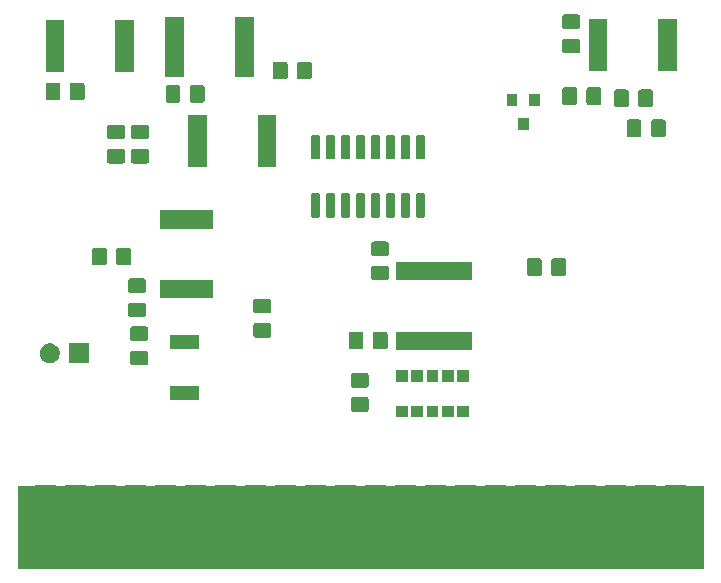
<source format=gbr>
G04 #@! TF.GenerationSoftware,KiCad,Pcbnew,(5.1.5)-3*
G04 #@! TF.CreationDate,2020-08-18T03:56:32-04:00*
G04 #@! TF.ProjectId,c64-cpm-smd,6336342d-6370-46d2-9d73-6d642e6b6963,rev?*
G04 #@! TF.SameCoordinates,Original*
G04 #@! TF.FileFunction,Soldermask,Top*
G04 #@! TF.FilePolarity,Negative*
%FSLAX46Y46*%
G04 Gerber Fmt 4.6, Leading zero omitted, Abs format (unit mm)*
G04 Created by KiCad (PCBNEW (5.1.5)-3) date 2020-08-18 03:56:32*
%MOMM*%
%LPD*%
G04 APERTURE LIST*
%ADD10C,0.100000*%
G04 APERTURE END LIST*
D10*
G36*
X125920500Y-145161000D02*
G01*
X125920500Y-152082500D01*
X183959500Y-152082500D01*
X183959500Y-145161000D01*
X125920500Y-145161000D01*
G37*
X125920500Y-145161000D02*
X125920500Y-152082500D01*
X183959500Y-152082500D01*
X183959500Y-145161000D01*
X125920500Y-145161000D01*
G36*
X131736000Y-152141000D02*
G01*
X129884000Y-152141000D01*
X129884000Y-145039000D01*
X131736000Y-145039000D01*
X131736000Y-152141000D01*
G37*
G36*
X169836000Y-152141000D02*
G01*
X167984000Y-152141000D01*
X167984000Y-145039000D01*
X169836000Y-145039000D01*
X169836000Y-152141000D01*
G37*
G36*
X146976000Y-152141000D02*
G01*
X145124000Y-152141000D01*
X145124000Y-145039000D01*
X146976000Y-145039000D01*
X146976000Y-152141000D01*
G37*
G36*
X149516000Y-152141000D02*
G01*
X147664000Y-152141000D01*
X147664000Y-145039000D01*
X149516000Y-145039000D01*
X149516000Y-152141000D01*
G37*
G36*
X152056000Y-152141000D02*
G01*
X150204000Y-152141000D01*
X150204000Y-145039000D01*
X152056000Y-145039000D01*
X152056000Y-152141000D01*
G37*
G36*
X164756000Y-152141000D02*
G01*
X162904000Y-152141000D01*
X162904000Y-145039000D01*
X164756000Y-145039000D01*
X164756000Y-152141000D01*
G37*
G36*
X162216000Y-152141000D02*
G01*
X160364000Y-152141000D01*
X160364000Y-145039000D01*
X162216000Y-145039000D01*
X162216000Y-152141000D01*
G37*
G36*
X157136000Y-152141000D02*
G01*
X155284000Y-152141000D01*
X155284000Y-145039000D01*
X157136000Y-145039000D01*
X157136000Y-152141000D01*
G37*
G36*
X159676000Y-152141000D02*
G01*
X157824000Y-152141000D01*
X157824000Y-145039000D01*
X159676000Y-145039000D01*
X159676000Y-152141000D01*
G37*
G36*
X154596000Y-152141000D02*
G01*
X152744000Y-152141000D01*
X152744000Y-145039000D01*
X154596000Y-145039000D01*
X154596000Y-152141000D01*
G37*
G36*
X167296000Y-152141000D02*
G01*
X165444000Y-152141000D01*
X165444000Y-145039000D01*
X167296000Y-145039000D01*
X167296000Y-152141000D01*
G37*
G36*
X174916000Y-152141000D02*
G01*
X173064000Y-152141000D01*
X173064000Y-145039000D01*
X174916000Y-145039000D01*
X174916000Y-152141000D01*
G37*
G36*
X177456000Y-152141000D02*
G01*
X175604000Y-152141000D01*
X175604000Y-145039000D01*
X177456000Y-145039000D01*
X177456000Y-152141000D01*
G37*
G36*
X172376000Y-152141000D02*
G01*
X170524000Y-152141000D01*
X170524000Y-145039000D01*
X172376000Y-145039000D01*
X172376000Y-152141000D01*
G37*
G36*
X179996000Y-152141000D02*
G01*
X178144000Y-152141000D01*
X178144000Y-145039000D01*
X179996000Y-145039000D01*
X179996000Y-152141000D01*
G37*
G36*
X144436000Y-152141000D02*
G01*
X142584000Y-152141000D01*
X142584000Y-145039000D01*
X144436000Y-145039000D01*
X144436000Y-152141000D01*
G37*
G36*
X141896000Y-152141000D02*
G01*
X140044000Y-152141000D01*
X140044000Y-145039000D01*
X141896000Y-145039000D01*
X141896000Y-152141000D01*
G37*
G36*
X139356000Y-152141000D02*
G01*
X137504000Y-152141000D01*
X137504000Y-145039000D01*
X139356000Y-145039000D01*
X139356000Y-152141000D01*
G37*
G36*
X136816000Y-152141000D02*
G01*
X134964000Y-152141000D01*
X134964000Y-145039000D01*
X136816000Y-145039000D01*
X136816000Y-152141000D01*
G37*
G36*
X182536000Y-152141000D02*
G01*
X180684000Y-152141000D01*
X180684000Y-145039000D01*
X182536000Y-145039000D01*
X182536000Y-152141000D01*
G37*
G36*
X134276000Y-152141000D02*
G01*
X132424000Y-152141000D01*
X132424000Y-145039000D01*
X134276000Y-145039000D01*
X134276000Y-152141000D01*
G37*
G36*
X129196000Y-152141000D02*
G01*
X127344000Y-152141000D01*
X127344000Y-145039000D01*
X129196000Y-145039000D01*
X129196000Y-152141000D01*
G37*
G36*
X158937000Y-139351500D02*
G01*
X157935000Y-139351500D01*
X157935000Y-138349500D01*
X158937000Y-138349500D01*
X158937000Y-139351500D01*
G37*
G36*
X161537000Y-139351500D02*
G01*
X160535000Y-139351500D01*
X160535000Y-138349500D01*
X161537000Y-138349500D01*
X161537000Y-139351500D01*
G37*
G36*
X160257000Y-139351500D02*
G01*
X159255000Y-139351500D01*
X159255000Y-138349500D01*
X160257000Y-138349500D01*
X160257000Y-139351500D01*
G37*
G36*
X164137000Y-139351500D02*
G01*
X163135000Y-139351500D01*
X163135000Y-138349500D01*
X164137000Y-138349500D01*
X164137000Y-139351500D01*
G37*
G36*
X162817000Y-139351500D02*
G01*
X161815000Y-139351500D01*
X161815000Y-138349500D01*
X162817000Y-138349500D01*
X162817000Y-139351500D01*
G37*
G36*
X155465174Y-137626965D02*
G01*
X155502867Y-137638399D01*
X155537603Y-137656966D01*
X155568048Y-137681952D01*
X155593034Y-137712397D01*
X155611601Y-137747133D01*
X155623035Y-137784826D01*
X155627500Y-137830161D01*
X155627500Y-138666839D01*
X155623035Y-138712174D01*
X155611601Y-138749867D01*
X155593034Y-138784603D01*
X155568048Y-138815048D01*
X155537603Y-138840034D01*
X155502867Y-138858601D01*
X155465174Y-138870035D01*
X155419839Y-138874500D01*
X154333161Y-138874500D01*
X154287826Y-138870035D01*
X154250133Y-138858601D01*
X154215397Y-138840034D01*
X154184952Y-138815048D01*
X154159966Y-138784603D01*
X154141399Y-138749867D01*
X154129965Y-138712174D01*
X154125500Y-138666839D01*
X154125500Y-137830161D01*
X154129965Y-137784826D01*
X154141399Y-137747133D01*
X154159966Y-137712397D01*
X154184952Y-137681952D01*
X154215397Y-137656966D01*
X154250133Y-137638399D01*
X154287826Y-137626965D01*
X154333161Y-137622500D01*
X155419839Y-137622500D01*
X155465174Y-137626965D01*
G37*
G36*
X141243500Y-137879000D02*
G01*
X138791500Y-137879000D01*
X138791500Y-136677000D01*
X141243500Y-136677000D01*
X141243500Y-137879000D01*
G37*
G36*
X155465174Y-135576965D02*
G01*
X155502867Y-135588399D01*
X155537603Y-135606966D01*
X155568048Y-135631952D01*
X155593034Y-135662397D01*
X155611601Y-135697133D01*
X155623035Y-135734826D01*
X155627500Y-135780161D01*
X155627500Y-136616839D01*
X155623035Y-136662174D01*
X155611601Y-136699867D01*
X155593034Y-136734603D01*
X155568048Y-136765048D01*
X155537603Y-136790034D01*
X155502867Y-136808601D01*
X155465174Y-136820035D01*
X155419839Y-136824500D01*
X154333161Y-136824500D01*
X154287826Y-136820035D01*
X154250133Y-136808601D01*
X154215397Y-136790034D01*
X154184952Y-136765048D01*
X154159966Y-136734603D01*
X154141399Y-136699867D01*
X154129965Y-136662174D01*
X154125500Y-136616839D01*
X154125500Y-135780161D01*
X154129965Y-135734826D01*
X154141399Y-135697133D01*
X154159966Y-135662397D01*
X154184952Y-135631952D01*
X154215397Y-135606966D01*
X154250133Y-135588399D01*
X154287826Y-135576965D01*
X154333161Y-135572500D01*
X155419839Y-135572500D01*
X155465174Y-135576965D01*
G37*
G36*
X161537000Y-136351500D02*
G01*
X160535000Y-136351500D01*
X160535000Y-135349500D01*
X161537000Y-135349500D01*
X161537000Y-136351500D01*
G37*
G36*
X158937000Y-136351500D02*
G01*
X157935000Y-136351500D01*
X157935000Y-135349500D01*
X158937000Y-135349500D01*
X158937000Y-136351500D01*
G37*
G36*
X160257000Y-136351500D02*
G01*
X159255000Y-136351500D01*
X159255000Y-135349500D01*
X160257000Y-135349500D01*
X160257000Y-136351500D01*
G37*
G36*
X162817000Y-136351500D02*
G01*
X161815000Y-136351500D01*
X161815000Y-135349500D01*
X162817000Y-135349500D01*
X162817000Y-136351500D01*
G37*
G36*
X164137000Y-136351500D02*
G01*
X163135000Y-136351500D01*
X163135000Y-135349500D01*
X164137000Y-135349500D01*
X164137000Y-136351500D01*
G37*
G36*
X136796174Y-133689965D02*
G01*
X136833867Y-133701399D01*
X136868603Y-133719966D01*
X136899048Y-133744952D01*
X136924034Y-133775397D01*
X136942601Y-133810133D01*
X136954035Y-133847826D01*
X136958500Y-133893161D01*
X136958500Y-134729839D01*
X136954035Y-134775174D01*
X136942601Y-134812867D01*
X136924034Y-134847603D01*
X136899048Y-134878048D01*
X136868603Y-134903034D01*
X136833867Y-134921601D01*
X136796174Y-134933035D01*
X136750839Y-134937500D01*
X135664161Y-134937500D01*
X135618826Y-134933035D01*
X135581133Y-134921601D01*
X135546397Y-134903034D01*
X135515952Y-134878048D01*
X135490966Y-134847603D01*
X135472399Y-134812867D01*
X135460965Y-134775174D01*
X135456500Y-134729839D01*
X135456500Y-133893161D01*
X135460965Y-133847826D01*
X135472399Y-133810133D01*
X135490966Y-133775397D01*
X135515952Y-133744952D01*
X135546397Y-133719966D01*
X135581133Y-133701399D01*
X135618826Y-133689965D01*
X135664161Y-133685500D01*
X136750839Y-133685500D01*
X136796174Y-133689965D01*
G37*
G36*
X131978500Y-134772500D02*
G01*
X130276500Y-134772500D01*
X130276500Y-133070500D01*
X131978500Y-133070500D01*
X131978500Y-134772500D01*
G37*
G36*
X128875728Y-133103203D02*
G01*
X129030600Y-133167353D01*
X129169981Y-133260485D01*
X129288515Y-133379019D01*
X129381647Y-133518400D01*
X129445797Y-133673272D01*
X129478500Y-133837684D01*
X129478500Y-134005316D01*
X129445797Y-134169728D01*
X129381647Y-134324600D01*
X129288515Y-134463981D01*
X129169981Y-134582515D01*
X129030600Y-134675647D01*
X128875728Y-134739797D01*
X128711316Y-134772500D01*
X128543684Y-134772500D01*
X128379272Y-134739797D01*
X128224400Y-134675647D01*
X128085019Y-134582515D01*
X127966485Y-134463981D01*
X127873353Y-134324600D01*
X127809203Y-134169728D01*
X127776500Y-134005316D01*
X127776500Y-133837684D01*
X127809203Y-133673272D01*
X127873353Y-133518400D01*
X127966485Y-133379019D01*
X128085019Y-133260485D01*
X128224400Y-133167353D01*
X128379272Y-133103203D01*
X128543684Y-133070500D01*
X128711316Y-133070500D01*
X128875728Y-133103203D01*
G37*
G36*
X164364000Y-133647000D02*
G01*
X157962000Y-133647000D01*
X157962000Y-132095000D01*
X164364000Y-132095000D01*
X164364000Y-133647000D01*
G37*
G36*
X155013674Y-132095465D02*
G01*
X155051367Y-132106899D01*
X155086103Y-132125466D01*
X155116548Y-132150452D01*
X155141534Y-132180897D01*
X155160101Y-132215633D01*
X155171535Y-132253326D01*
X155176000Y-132298661D01*
X155176000Y-133385339D01*
X155171535Y-133430674D01*
X155160101Y-133468367D01*
X155141534Y-133503103D01*
X155116548Y-133533548D01*
X155086103Y-133558534D01*
X155051367Y-133577101D01*
X155013674Y-133588535D01*
X154968339Y-133593000D01*
X154131661Y-133593000D01*
X154086326Y-133588535D01*
X154048633Y-133577101D01*
X154013897Y-133558534D01*
X153983452Y-133533548D01*
X153958466Y-133503103D01*
X153939899Y-133468367D01*
X153928465Y-133430674D01*
X153924000Y-133385339D01*
X153924000Y-132298661D01*
X153928465Y-132253326D01*
X153939899Y-132215633D01*
X153958466Y-132180897D01*
X153983452Y-132150452D01*
X154013897Y-132125466D01*
X154048633Y-132106899D01*
X154086326Y-132095465D01*
X154131661Y-132091000D01*
X154968339Y-132091000D01*
X155013674Y-132095465D01*
G37*
G36*
X157063674Y-132095465D02*
G01*
X157101367Y-132106899D01*
X157136103Y-132125466D01*
X157166548Y-132150452D01*
X157191534Y-132180897D01*
X157210101Y-132215633D01*
X157221535Y-132253326D01*
X157226000Y-132298661D01*
X157226000Y-133385339D01*
X157221535Y-133430674D01*
X157210101Y-133468367D01*
X157191534Y-133503103D01*
X157166548Y-133533548D01*
X157136103Y-133558534D01*
X157101367Y-133577101D01*
X157063674Y-133588535D01*
X157018339Y-133593000D01*
X156181661Y-133593000D01*
X156136326Y-133588535D01*
X156098633Y-133577101D01*
X156063897Y-133558534D01*
X156033452Y-133533548D01*
X156008466Y-133503103D01*
X155989899Y-133468367D01*
X155978465Y-133430674D01*
X155974000Y-133385339D01*
X155974000Y-132298661D01*
X155978465Y-132253326D01*
X155989899Y-132215633D01*
X156008466Y-132180897D01*
X156033452Y-132150452D01*
X156063897Y-132125466D01*
X156098633Y-132106899D01*
X156136326Y-132095465D01*
X156181661Y-132091000D01*
X157018339Y-132091000D01*
X157063674Y-132095465D01*
G37*
G36*
X141243500Y-133579000D02*
G01*
X138791500Y-133579000D01*
X138791500Y-132377000D01*
X141243500Y-132377000D01*
X141243500Y-133579000D01*
G37*
G36*
X136796174Y-131639965D02*
G01*
X136833867Y-131651399D01*
X136868603Y-131669966D01*
X136899048Y-131694952D01*
X136924034Y-131725397D01*
X136942601Y-131760133D01*
X136954035Y-131797826D01*
X136958500Y-131843161D01*
X136958500Y-132679839D01*
X136954035Y-132725174D01*
X136942601Y-132762867D01*
X136924034Y-132797603D01*
X136899048Y-132828048D01*
X136868603Y-132853034D01*
X136833867Y-132871601D01*
X136796174Y-132883035D01*
X136750839Y-132887500D01*
X135664161Y-132887500D01*
X135618826Y-132883035D01*
X135581133Y-132871601D01*
X135546397Y-132853034D01*
X135515952Y-132828048D01*
X135490966Y-132797603D01*
X135472399Y-132762867D01*
X135460965Y-132725174D01*
X135456500Y-132679839D01*
X135456500Y-131843161D01*
X135460965Y-131797826D01*
X135472399Y-131760133D01*
X135490966Y-131725397D01*
X135515952Y-131694952D01*
X135546397Y-131669966D01*
X135581133Y-131651399D01*
X135618826Y-131639965D01*
X135664161Y-131635500D01*
X136750839Y-131635500D01*
X136796174Y-131639965D01*
G37*
G36*
X147210174Y-131340465D02*
G01*
X147247867Y-131351899D01*
X147282603Y-131370466D01*
X147313048Y-131395452D01*
X147338034Y-131425897D01*
X147356601Y-131460633D01*
X147368035Y-131498326D01*
X147372500Y-131543661D01*
X147372500Y-132380339D01*
X147368035Y-132425674D01*
X147356601Y-132463367D01*
X147338034Y-132498103D01*
X147313048Y-132528548D01*
X147282603Y-132553534D01*
X147247867Y-132572101D01*
X147210174Y-132583535D01*
X147164839Y-132588000D01*
X146078161Y-132588000D01*
X146032826Y-132583535D01*
X145995133Y-132572101D01*
X145960397Y-132553534D01*
X145929952Y-132528548D01*
X145904966Y-132498103D01*
X145886399Y-132463367D01*
X145874965Y-132425674D01*
X145870500Y-132380339D01*
X145870500Y-131543661D01*
X145874965Y-131498326D01*
X145886399Y-131460633D01*
X145904966Y-131425897D01*
X145929952Y-131395452D01*
X145960397Y-131370466D01*
X145995133Y-131351899D01*
X146032826Y-131340465D01*
X146078161Y-131336000D01*
X147164839Y-131336000D01*
X147210174Y-131340465D01*
G37*
G36*
X136605674Y-129625965D02*
G01*
X136643367Y-129637399D01*
X136678103Y-129655966D01*
X136708548Y-129680952D01*
X136733534Y-129711397D01*
X136752101Y-129746133D01*
X136763535Y-129783826D01*
X136768000Y-129829161D01*
X136768000Y-130665839D01*
X136763535Y-130711174D01*
X136752101Y-130748867D01*
X136733534Y-130783603D01*
X136708548Y-130814048D01*
X136678103Y-130839034D01*
X136643367Y-130857601D01*
X136605674Y-130869035D01*
X136560339Y-130873500D01*
X135473661Y-130873500D01*
X135428326Y-130869035D01*
X135390633Y-130857601D01*
X135355897Y-130839034D01*
X135325452Y-130814048D01*
X135300466Y-130783603D01*
X135281899Y-130748867D01*
X135270465Y-130711174D01*
X135266000Y-130665839D01*
X135266000Y-129829161D01*
X135270465Y-129783826D01*
X135281899Y-129746133D01*
X135300466Y-129711397D01*
X135325452Y-129680952D01*
X135355897Y-129655966D01*
X135390633Y-129637399D01*
X135428326Y-129625965D01*
X135473661Y-129621500D01*
X136560339Y-129621500D01*
X136605674Y-129625965D01*
G37*
G36*
X147210174Y-129290465D02*
G01*
X147247867Y-129301899D01*
X147282603Y-129320466D01*
X147313048Y-129345452D01*
X147338034Y-129375897D01*
X147356601Y-129410633D01*
X147368035Y-129448326D01*
X147372500Y-129493661D01*
X147372500Y-130330339D01*
X147368035Y-130375674D01*
X147356601Y-130413367D01*
X147338034Y-130448103D01*
X147313048Y-130478548D01*
X147282603Y-130503534D01*
X147247867Y-130522101D01*
X147210174Y-130533535D01*
X147164839Y-130538000D01*
X146078161Y-130538000D01*
X146032826Y-130533535D01*
X145995133Y-130522101D01*
X145960397Y-130503534D01*
X145929952Y-130478548D01*
X145904966Y-130448103D01*
X145886399Y-130413367D01*
X145874965Y-130375674D01*
X145870500Y-130330339D01*
X145870500Y-129493661D01*
X145874965Y-129448326D01*
X145886399Y-129410633D01*
X145904966Y-129375897D01*
X145929952Y-129345452D01*
X145960397Y-129320466D01*
X145995133Y-129301899D01*
X146032826Y-129290465D01*
X146078161Y-129286000D01*
X147164839Y-129286000D01*
X147210174Y-129290465D01*
G37*
G36*
X142434000Y-129265500D02*
G01*
X137982000Y-129265500D01*
X137982000Y-127713500D01*
X142434000Y-127713500D01*
X142434000Y-129265500D01*
G37*
G36*
X136605674Y-127575965D02*
G01*
X136643367Y-127587399D01*
X136678103Y-127605966D01*
X136708548Y-127630952D01*
X136733534Y-127661397D01*
X136752101Y-127696133D01*
X136763535Y-127733826D01*
X136768000Y-127779161D01*
X136768000Y-128615839D01*
X136763535Y-128661174D01*
X136752101Y-128698867D01*
X136733534Y-128733603D01*
X136708548Y-128764048D01*
X136678103Y-128789034D01*
X136643367Y-128807601D01*
X136605674Y-128819035D01*
X136560339Y-128823500D01*
X135473661Y-128823500D01*
X135428326Y-128819035D01*
X135390633Y-128807601D01*
X135355897Y-128789034D01*
X135325452Y-128764048D01*
X135300466Y-128733603D01*
X135281899Y-128698867D01*
X135270465Y-128661174D01*
X135266000Y-128615839D01*
X135266000Y-127779161D01*
X135270465Y-127733826D01*
X135281899Y-127696133D01*
X135300466Y-127661397D01*
X135325452Y-127630952D01*
X135355897Y-127605966D01*
X135390633Y-127587399D01*
X135428326Y-127575965D01*
X135473661Y-127571500D01*
X136560339Y-127571500D01*
X136605674Y-127575965D01*
G37*
G36*
X157179674Y-126505465D02*
G01*
X157217367Y-126516899D01*
X157252103Y-126535466D01*
X157282548Y-126560452D01*
X157307534Y-126590897D01*
X157326101Y-126625633D01*
X157337535Y-126663326D01*
X157342000Y-126708661D01*
X157342000Y-127545339D01*
X157337535Y-127590674D01*
X157326101Y-127628367D01*
X157307534Y-127663103D01*
X157282548Y-127693548D01*
X157252103Y-127718534D01*
X157217367Y-127737101D01*
X157179674Y-127748535D01*
X157134339Y-127753000D01*
X156047661Y-127753000D01*
X156002326Y-127748535D01*
X155964633Y-127737101D01*
X155929897Y-127718534D01*
X155899452Y-127693548D01*
X155874466Y-127663103D01*
X155855899Y-127628367D01*
X155844465Y-127590674D01*
X155840000Y-127545339D01*
X155840000Y-126708661D01*
X155844465Y-126663326D01*
X155855899Y-126625633D01*
X155874466Y-126590897D01*
X155899452Y-126560452D01*
X155929897Y-126535466D01*
X155964633Y-126516899D01*
X156002326Y-126505465D01*
X156047661Y-126501000D01*
X157134339Y-126501000D01*
X157179674Y-126505465D01*
G37*
G36*
X164364000Y-127747000D02*
G01*
X157962000Y-127747000D01*
X157962000Y-126195000D01*
X164364000Y-126195000D01*
X164364000Y-127747000D01*
G37*
G36*
X172176674Y-125872465D02*
G01*
X172214367Y-125883899D01*
X172249103Y-125902466D01*
X172279548Y-125927452D01*
X172304534Y-125957897D01*
X172323101Y-125992633D01*
X172334535Y-126030326D01*
X172339000Y-126075661D01*
X172339000Y-127162339D01*
X172334535Y-127207674D01*
X172323101Y-127245367D01*
X172304534Y-127280103D01*
X172279548Y-127310548D01*
X172249103Y-127335534D01*
X172214367Y-127354101D01*
X172176674Y-127365535D01*
X172131339Y-127370000D01*
X171294661Y-127370000D01*
X171249326Y-127365535D01*
X171211633Y-127354101D01*
X171176897Y-127335534D01*
X171146452Y-127310548D01*
X171121466Y-127280103D01*
X171102899Y-127245367D01*
X171091465Y-127207674D01*
X171087000Y-127162339D01*
X171087000Y-126075661D01*
X171091465Y-126030326D01*
X171102899Y-125992633D01*
X171121466Y-125957897D01*
X171146452Y-125927452D01*
X171176897Y-125902466D01*
X171211633Y-125883899D01*
X171249326Y-125872465D01*
X171294661Y-125868000D01*
X172131339Y-125868000D01*
X172176674Y-125872465D01*
G37*
G36*
X170126674Y-125872465D02*
G01*
X170164367Y-125883899D01*
X170199103Y-125902466D01*
X170229548Y-125927452D01*
X170254534Y-125957897D01*
X170273101Y-125992633D01*
X170284535Y-126030326D01*
X170289000Y-126075661D01*
X170289000Y-127162339D01*
X170284535Y-127207674D01*
X170273101Y-127245367D01*
X170254534Y-127280103D01*
X170229548Y-127310548D01*
X170199103Y-127335534D01*
X170164367Y-127354101D01*
X170126674Y-127365535D01*
X170081339Y-127370000D01*
X169244661Y-127370000D01*
X169199326Y-127365535D01*
X169161633Y-127354101D01*
X169126897Y-127335534D01*
X169096452Y-127310548D01*
X169071466Y-127280103D01*
X169052899Y-127245367D01*
X169041465Y-127207674D01*
X169037000Y-127162339D01*
X169037000Y-126075661D01*
X169041465Y-126030326D01*
X169052899Y-125992633D01*
X169071466Y-125957897D01*
X169096452Y-125927452D01*
X169126897Y-125902466D01*
X169161633Y-125883899D01*
X169199326Y-125872465D01*
X169244661Y-125868000D01*
X170081339Y-125868000D01*
X170126674Y-125872465D01*
G37*
G36*
X135346674Y-124983465D02*
G01*
X135384367Y-124994899D01*
X135419103Y-125013466D01*
X135449548Y-125038452D01*
X135474534Y-125068897D01*
X135493101Y-125103633D01*
X135504535Y-125141326D01*
X135509000Y-125186661D01*
X135509000Y-126273339D01*
X135504535Y-126318674D01*
X135493101Y-126356367D01*
X135474534Y-126391103D01*
X135449548Y-126421548D01*
X135419103Y-126446534D01*
X135384367Y-126465101D01*
X135346674Y-126476535D01*
X135301339Y-126481000D01*
X134464661Y-126481000D01*
X134419326Y-126476535D01*
X134381633Y-126465101D01*
X134346897Y-126446534D01*
X134316452Y-126421548D01*
X134291466Y-126391103D01*
X134272899Y-126356367D01*
X134261465Y-126318674D01*
X134257000Y-126273339D01*
X134257000Y-125186661D01*
X134261465Y-125141326D01*
X134272899Y-125103633D01*
X134291466Y-125068897D01*
X134316452Y-125038452D01*
X134346897Y-125013466D01*
X134381633Y-124994899D01*
X134419326Y-124983465D01*
X134464661Y-124979000D01*
X135301339Y-124979000D01*
X135346674Y-124983465D01*
G37*
G36*
X133296674Y-124983465D02*
G01*
X133334367Y-124994899D01*
X133369103Y-125013466D01*
X133399548Y-125038452D01*
X133424534Y-125068897D01*
X133443101Y-125103633D01*
X133454535Y-125141326D01*
X133459000Y-125186661D01*
X133459000Y-126273339D01*
X133454535Y-126318674D01*
X133443101Y-126356367D01*
X133424534Y-126391103D01*
X133399548Y-126421548D01*
X133369103Y-126446534D01*
X133334367Y-126465101D01*
X133296674Y-126476535D01*
X133251339Y-126481000D01*
X132414661Y-126481000D01*
X132369326Y-126476535D01*
X132331633Y-126465101D01*
X132296897Y-126446534D01*
X132266452Y-126421548D01*
X132241466Y-126391103D01*
X132222899Y-126356367D01*
X132211465Y-126318674D01*
X132207000Y-126273339D01*
X132207000Y-125186661D01*
X132211465Y-125141326D01*
X132222899Y-125103633D01*
X132241466Y-125068897D01*
X132266452Y-125038452D01*
X132296897Y-125013466D01*
X132331633Y-124994899D01*
X132369326Y-124983465D01*
X132414661Y-124979000D01*
X133251339Y-124979000D01*
X133296674Y-124983465D01*
G37*
G36*
X157179674Y-124455465D02*
G01*
X157217367Y-124466899D01*
X157252103Y-124485466D01*
X157282548Y-124510452D01*
X157307534Y-124540897D01*
X157326101Y-124575633D01*
X157337535Y-124613326D01*
X157342000Y-124658661D01*
X157342000Y-125495339D01*
X157337535Y-125540674D01*
X157326101Y-125578367D01*
X157307534Y-125613103D01*
X157282548Y-125643548D01*
X157252103Y-125668534D01*
X157217367Y-125687101D01*
X157179674Y-125698535D01*
X157134339Y-125703000D01*
X156047661Y-125703000D01*
X156002326Y-125698535D01*
X155964633Y-125687101D01*
X155929897Y-125668534D01*
X155899452Y-125643548D01*
X155874466Y-125613103D01*
X155855899Y-125578367D01*
X155844465Y-125540674D01*
X155840000Y-125495339D01*
X155840000Y-124658661D01*
X155844465Y-124613326D01*
X155855899Y-124575633D01*
X155874466Y-124540897D01*
X155899452Y-124510452D01*
X155929897Y-124485466D01*
X155964633Y-124466899D01*
X156002326Y-124455465D01*
X156047661Y-124451000D01*
X157134339Y-124451000D01*
X157179674Y-124455465D01*
G37*
G36*
X142434000Y-123365500D02*
G01*
X137982000Y-123365500D01*
X137982000Y-121813500D01*
X142434000Y-121813500D01*
X142434000Y-123365500D01*
G37*
G36*
X155199928Y-120387264D02*
G01*
X155221009Y-120393660D01*
X155240445Y-120404048D01*
X155257476Y-120418024D01*
X155271452Y-120435055D01*
X155281840Y-120454491D01*
X155288236Y-120475572D01*
X155291000Y-120503640D01*
X155291000Y-122317360D01*
X155288236Y-122345428D01*
X155281840Y-122366509D01*
X155271452Y-122385945D01*
X155257476Y-122402976D01*
X155240445Y-122416952D01*
X155221009Y-122427340D01*
X155199928Y-122433736D01*
X155171860Y-122436500D01*
X154708140Y-122436500D01*
X154680072Y-122433736D01*
X154658991Y-122427340D01*
X154639555Y-122416952D01*
X154622524Y-122402976D01*
X154608548Y-122385945D01*
X154598160Y-122366509D01*
X154591764Y-122345428D01*
X154589000Y-122317360D01*
X154589000Y-120503640D01*
X154591764Y-120475572D01*
X154598160Y-120454491D01*
X154608548Y-120435055D01*
X154622524Y-120418024D01*
X154639555Y-120404048D01*
X154658991Y-120393660D01*
X154680072Y-120387264D01*
X154708140Y-120384500D01*
X155171860Y-120384500D01*
X155199928Y-120387264D01*
G37*
G36*
X160279928Y-120387264D02*
G01*
X160301009Y-120393660D01*
X160320445Y-120404048D01*
X160337476Y-120418024D01*
X160351452Y-120435055D01*
X160361840Y-120454491D01*
X160368236Y-120475572D01*
X160371000Y-120503640D01*
X160371000Y-122317360D01*
X160368236Y-122345428D01*
X160361840Y-122366509D01*
X160351452Y-122385945D01*
X160337476Y-122402976D01*
X160320445Y-122416952D01*
X160301009Y-122427340D01*
X160279928Y-122433736D01*
X160251860Y-122436500D01*
X159788140Y-122436500D01*
X159760072Y-122433736D01*
X159738991Y-122427340D01*
X159719555Y-122416952D01*
X159702524Y-122402976D01*
X159688548Y-122385945D01*
X159678160Y-122366509D01*
X159671764Y-122345428D01*
X159669000Y-122317360D01*
X159669000Y-120503640D01*
X159671764Y-120475572D01*
X159678160Y-120454491D01*
X159688548Y-120435055D01*
X159702524Y-120418024D01*
X159719555Y-120404048D01*
X159738991Y-120393660D01*
X159760072Y-120387264D01*
X159788140Y-120384500D01*
X160251860Y-120384500D01*
X160279928Y-120387264D01*
G37*
G36*
X159009928Y-120387264D02*
G01*
X159031009Y-120393660D01*
X159050445Y-120404048D01*
X159067476Y-120418024D01*
X159081452Y-120435055D01*
X159091840Y-120454491D01*
X159098236Y-120475572D01*
X159101000Y-120503640D01*
X159101000Y-122317360D01*
X159098236Y-122345428D01*
X159091840Y-122366509D01*
X159081452Y-122385945D01*
X159067476Y-122402976D01*
X159050445Y-122416952D01*
X159031009Y-122427340D01*
X159009928Y-122433736D01*
X158981860Y-122436500D01*
X158518140Y-122436500D01*
X158490072Y-122433736D01*
X158468991Y-122427340D01*
X158449555Y-122416952D01*
X158432524Y-122402976D01*
X158418548Y-122385945D01*
X158408160Y-122366509D01*
X158401764Y-122345428D01*
X158399000Y-122317360D01*
X158399000Y-120503640D01*
X158401764Y-120475572D01*
X158408160Y-120454491D01*
X158418548Y-120435055D01*
X158432524Y-120418024D01*
X158449555Y-120404048D01*
X158468991Y-120393660D01*
X158490072Y-120387264D01*
X158518140Y-120384500D01*
X158981860Y-120384500D01*
X159009928Y-120387264D01*
G37*
G36*
X157739928Y-120387264D02*
G01*
X157761009Y-120393660D01*
X157780445Y-120404048D01*
X157797476Y-120418024D01*
X157811452Y-120435055D01*
X157821840Y-120454491D01*
X157828236Y-120475572D01*
X157831000Y-120503640D01*
X157831000Y-122317360D01*
X157828236Y-122345428D01*
X157821840Y-122366509D01*
X157811452Y-122385945D01*
X157797476Y-122402976D01*
X157780445Y-122416952D01*
X157761009Y-122427340D01*
X157739928Y-122433736D01*
X157711860Y-122436500D01*
X157248140Y-122436500D01*
X157220072Y-122433736D01*
X157198991Y-122427340D01*
X157179555Y-122416952D01*
X157162524Y-122402976D01*
X157148548Y-122385945D01*
X157138160Y-122366509D01*
X157131764Y-122345428D01*
X157129000Y-122317360D01*
X157129000Y-120503640D01*
X157131764Y-120475572D01*
X157138160Y-120454491D01*
X157148548Y-120435055D01*
X157162524Y-120418024D01*
X157179555Y-120404048D01*
X157198991Y-120393660D01*
X157220072Y-120387264D01*
X157248140Y-120384500D01*
X157711860Y-120384500D01*
X157739928Y-120387264D01*
G37*
G36*
X151389928Y-120387264D02*
G01*
X151411009Y-120393660D01*
X151430445Y-120404048D01*
X151447476Y-120418024D01*
X151461452Y-120435055D01*
X151471840Y-120454491D01*
X151478236Y-120475572D01*
X151481000Y-120503640D01*
X151481000Y-122317360D01*
X151478236Y-122345428D01*
X151471840Y-122366509D01*
X151461452Y-122385945D01*
X151447476Y-122402976D01*
X151430445Y-122416952D01*
X151411009Y-122427340D01*
X151389928Y-122433736D01*
X151361860Y-122436500D01*
X150898140Y-122436500D01*
X150870072Y-122433736D01*
X150848991Y-122427340D01*
X150829555Y-122416952D01*
X150812524Y-122402976D01*
X150798548Y-122385945D01*
X150788160Y-122366509D01*
X150781764Y-122345428D01*
X150779000Y-122317360D01*
X150779000Y-120503640D01*
X150781764Y-120475572D01*
X150788160Y-120454491D01*
X150798548Y-120435055D01*
X150812524Y-120418024D01*
X150829555Y-120404048D01*
X150848991Y-120393660D01*
X150870072Y-120387264D01*
X150898140Y-120384500D01*
X151361860Y-120384500D01*
X151389928Y-120387264D01*
G37*
G36*
X152659928Y-120387264D02*
G01*
X152681009Y-120393660D01*
X152700445Y-120404048D01*
X152717476Y-120418024D01*
X152731452Y-120435055D01*
X152741840Y-120454491D01*
X152748236Y-120475572D01*
X152751000Y-120503640D01*
X152751000Y-122317360D01*
X152748236Y-122345428D01*
X152741840Y-122366509D01*
X152731452Y-122385945D01*
X152717476Y-122402976D01*
X152700445Y-122416952D01*
X152681009Y-122427340D01*
X152659928Y-122433736D01*
X152631860Y-122436500D01*
X152168140Y-122436500D01*
X152140072Y-122433736D01*
X152118991Y-122427340D01*
X152099555Y-122416952D01*
X152082524Y-122402976D01*
X152068548Y-122385945D01*
X152058160Y-122366509D01*
X152051764Y-122345428D01*
X152049000Y-122317360D01*
X152049000Y-120503640D01*
X152051764Y-120475572D01*
X152058160Y-120454491D01*
X152068548Y-120435055D01*
X152082524Y-120418024D01*
X152099555Y-120404048D01*
X152118991Y-120393660D01*
X152140072Y-120387264D01*
X152168140Y-120384500D01*
X152631860Y-120384500D01*
X152659928Y-120387264D01*
G37*
G36*
X156469928Y-120387264D02*
G01*
X156491009Y-120393660D01*
X156510445Y-120404048D01*
X156527476Y-120418024D01*
X156541452Y-120435055D01*
X156551840Y-120454491D01*
X156558236Y-120475572D01*
X156561000Y-120503640D01*
X156561000Y-122317360D01*
X156558236Y-122345428D01*
X156551840Y-122366509D01*
X156541452Y-122385945D01*
X156527476Y-122402976D01*
X156510445Y-122416952D01*
X156491009Y-122427340D01*
X156469928Y-122433736D01*
X156441860Y-122436500D01*
X155978140Y-122436500D01*
X155950072Y-122433736D01*
X155928991Y-122427340D01*
X155909555Y-122416952D01*
X155892524Y-122402976D01*
X155878548Y-122385945D01*
X155868160Y-122366509D01*
X155861764Y-122345428D01*
X155859000Y-122317360D01*
X155859000Y-120503640D01*
X155861764Y-120475572D01*
X155868160Y-120454491D01*
X155878548Y-120435055D01*
X155892524Y-120418024D01*
X155909555Y-120404048D01*
X155928991Y-120393660D01*
X155950072Y-120387264D01*
X155978140Y-120384500D01*
X156441860Y-120384500D01*
X156469928Y-120387264D01*
G37*
G36*
X153929928Y-120387264D02*
G01*
X153951009Y-120393660D01*
X153970445Y-120404048D01*
X153987476Y-120418024D01*
X154001452Y-120435055D01*
X154011840Y-120454491D01*
X154018236Y-120475572D01*
X154021000Y-120503640D01*
X154021000Y-122317360D01*
X154018236Y-122345428D01*
X154011840Y-122366509D01*
X154001452Y-122385945D01*
X153987476Y-122402976D01*
X153970445Y-122416952D01*
X153951009Y-122427340D01*
X153929928Y-122433736D01*
X153901860Y-122436500D01*
X153438140Y-122436500D01*
X153410072Y-122433736D01*
X153388991Y-122427340D01*
X153369555Y-122416952D01*
X153352524Y-122402976D01*
X153338548Y-122385945D01*
X153328160Y-122366509D01*
X153321764Y-122345428D01*
X153319000Y-122317360D01*
X153319000Y-120503640D01*
X153321764Y-120475572D01*
X153328160Y-120454491D01*
X153338548Y-120435055D01*
X153352524Y-120418024D01*
X153369555Y-120404048D01*
X153388991Y-120393660D01*
X153410072Y-120387264D01*
X153438140Y-120384500D01*
X153901860Y-120384500D01*
X153929928Y-120387264D01*
G37*
G36*
X147807500Y-118177000D02*
G01*
X146255500Y-118177000D01*
X146255500Y-113725000D01*
X147807500Y-113725000D01*
X147807500Y-118177000D01*
G37*
G36*
X141907500Y-118177000D02*
G01*
X140355500Y-118177000D01*
X140355500Y-113725000D01*
X141907500Y-113725000D01*
X141907500Y-118177000D01*
G37*
G36*
X136859674Y-116608465D02*
G01*
X136897367Y-116619899D01*
X136932103Y-116638466D01*
X136962548Y-116663452D01*
X136987534Y-116693897D01*
X137006101Y-116728633D01*
X137017535Y-116766326D01*
X137022000Y-116811661D01*
X137022000Y-117648339D01*
X137017535Y-117693674D01*
X137006101Y-117731367D01*
X136987534Y-117766103D01*
X136962548Y-117796548D01*
X136932103Y-117821534D01*
X136897367Y-117840101D01*
X136859674Y-117851535D01*
X136814339Y-117856000D01*
X135727661Y-117856000D01*
X135682326Y-117851535D01*
X135644633Y-117840101D01*
X135609897Y-117821534D01*
X135579452Y-117796548D01*
X135554466Y-117766103D01*
X135535899Y-117731367D01*
X135524465Y-117693674D01*
X135520000Y-117648339D01*
X135520000Y-116811661D01*
X135524465Y-116766326D01*
X135535899Y-116728633D01*
X135554466Y-116693897D01*
X135579452Y-116663452D01*
X135609897Y-116638466D01*
X135644633Y-116619899D01*
X135682326Y-116608465D01*
X135727661Y-116604000D01*
X136814339Y-116604000D01*
X136859674Y-116608465D01*
G37*
G36*
X134827674Y-116608465D02*
G01*
X134865367Y-116619899D01*
X134900103Y-116638466D01*
X134930548Y-116663452D01*
X134955534Y-116693897D01*
X134974101Y-116728633D01*
X134985535Y-116766326D01*
X134990000Y-116811661D01*
X134990000Y-117648339D01*
X134985535Y-117693674D01*
X134974101Y-117731367D01*
X134955534Y-117766103D01*
X134930548Y-117796548D01*
X134900103Y-117821534D01*
X134865367Y-117840101D01*
X134827674Y-117851535D01*
X134782339Y-117856000D01*
X133695661Y-117856000D01*
X133650326Y-117851535D01*
X133612633Y-117840101D01*
X133577897Y-117821534D01*
X133547452Y-117796548D01*
X133522466Y-117766103D01*
X133503899Y-117731367D01*
X133492465Y-117693674D01*
X133488000Y-117648339D01*
X133488000Y-116811661D01*
X133492465Y-116766326D01*
X133503899Y-116728633D01*
X133522466Y-116693897D01*
X133547452Y-116663452D01*
X133577897Y-116638466D01*
X133612633Y-116619899D01*
X133650326Y-116608465D01*
X133695661Y-116604000D01*
X134782339Y-116604000D01*
X134827674Y-116608465D01*
G37*
G36*
X159009928Y-115437264D02*
G01*
X159031009Y-115443660D01*
X159050445Y-115454048D01*
X159067476Y-115468024D01*
X159081452Y-115485055D01*
X159091840Y-115504491D01*
X159098236Y-115525572D01*
X159101000Y-115553640D01*
X159101000Y-117367360D01*
X159098236Y-117395428D01*
X159091840Y-117416509D01*
X159081452Y-117435945D01*
X159067476Y-117452976D01*
X159050445Y-117466952D01*
X159031009Y-117477340D01*
X159009928Y-117483736D01*
X158981860Y-117486500D01*
X158518140Y-117486500D01*
X158490072Y-117483736D01*
X158468991Y-117477340D01*
X158449555Y-117466952D01*
X158432524Y-117452976D01*
X158418548Y-117435945D01*
X158408160Y-117416509D01*
X158401764Y-117395428D01*
X158399000Y-117367360D01*
X158399000Y-115553640D01*
X158401764Y-115525572D01*
X158408160Y-115504491D01*
X158418548Y-115485055D01*
X158432524Y-115468024D01*
X158449555Y-115454048D01*
X158468991Y-115443660D01*
X158490072Y-115437264D01*
X158518140Y-115434500D01*
X158981860Y-115434500D01*
X159009928Y-115437264D01*
G37*
G36*
X151389928Y-115437264D02*
G01*
X151411009Y-115443660D01*
X151430445Y-115454048D01*
X151447476Y-115468024D01*
X151461452Y-115485055D01*
X151471840Y-115504491D01*
X151478236Y-115525572D01*
X151481000Y-115553640D01*
X151481000Y-117367360D01*
X151478236Y-117395428D01*
X151471840Y-117416509D01*
X151461452Y-117435945D01*
X151447476Y-117452976D01*
X151430445Y-117466952D01*
X151411009Y-117477340D01*
X151389928Y-117483736D01*
X151361860Y-117486500D01*
X150898140Y-117486500D01*
X150870072Y-117483736D01*
X150848991Y-117477340D01*
X150829555Y-117466952D01*
X150812524Y-117452976D01*
X150798548Y-117435945D01*
X150788160Y-117416509D01*
X150781764Y-117395428D01*
X150779000Y-117367360D01*
X150779000Y-115553640D01*
X150781764Y-115525572D01*
X150788160Y-115504491D01*
X150798548Y-115485055D01*
X150812524Y-115468024D01*
X150829555Y-115454048D01*
X150848991Y-115443660D01*
X150870072Y-115437264D01*
X150898140Y-115434500D01*
X151361860Y-115434500D01*
X151389928Y-115437264D01*
G37*
G36*
X152659928Y-115437264D02*
G01*
X152681009Y-115443660D01*
X152700445Y-115454048D01*
X152717476Y-115468024D01*
X152731452Y-115485055D01*
X152741840Y-115504491D01*
X152748236Y-115525572D01*
X152751000Y-115553640D01*
X152751000Y-117367360D01*
X152748236Y-117395428D01*
X152741840Y-117416509D01*
X152731452Y-117435945D01*
X152717476Y-117452976D01*
X152700445Y-117466952D01*
X152681009Y-117477340D01*
X152659928Y-117483736D01*
X152631860Y-117486500D01*
X152168140Y-117486500D01*
X152140072Y-117483736D01*
X152118991Y-117477340D01*
X152099555Y-117466952D01*
X152082524Y-117452976D01*
X152068548Y-117435945D01*
X152058160Y-117416509D01*
X152051764Y-117395428D01*
X152049000Y-117367360D01*
X152049000Y-115553640D01*
X152051764Y-115525572D01*
X152058160Y-115504491D01*
X152068548Y-115485055D01*
X152082524Y-115468024D01*
X152099555Y-115454048D01*
X152118991Y-115443660D01*
X152140072Y-115437264D01*
X152168140Y-115434500D01*
X152631860Y-115434500D01*
X152659928Y-115437264D01*
G37*
G36*
X153929928Y-115437264D02*
G01*
X153951009Y-115443660D01*
X153970445Y-115454048D01*
X153987476Y-115468024D01*
X154001452Y-115485055D01*
X154011840Y-115504491D01*
X154018236Y-115525572D01*
X154021000Y-115553640D01*
X154021000Y-117367360D01*
X154018236Y-117395428D01*
X154011840Y-117416509D01*
X154001452Y-117435945D01*
X153987476Y-117452976D01*
X153970445Y-117466952D01*
X153951009Y-117477340D01*
X153929928Y-117483736D01*
X153901860Y-117486500D01*
X153438140Y-117486500D01*
X153410072Y-117483736D01*
X153388991Y-117477340D01*
X153369555Y-117466952D01*
X153352524Y-117452976D01*
X153338548Y-117435945D01*
X153328160Y-117416509D01*
X153321764Y-117395428D01*
X153319000Y-117367360D01*
X153319000Y-115553640D01*
X153321764Y-115525572D01*
X153328160Y-115504491D01*
X153338548Y-115485055D01*
X153352524Y-115468024D01*
X153369555Y-115454048D01*
X153388991Y-115443660D01*
X153410072Y-115437264D01*
X153438140Y-115434500D01*
X153901860Y-115434500D01*
X153929928Y-115437264D01*
G37*
G36*
X160279928Y-115437264D02*
G01*
X160301009Y-115443660D01*
X160320445Y-115454048D01*
X160337476Y-115468024D01*
X160351452Y-115485055D01*
X160361840Y-115504491D01*
X160368236Y-115525572D01*
X160371000Y-115553640D01*
X160371000Y-117367360D01*
X160368236Y-117395428D01*
X160361840Y-117416509D01*
X160351452Y-117435945D01*
X160337476Y-117452976D01*
X160320445Y-117466952D01*
X160301009Y-117477340D01*
X160279928Y-117483736D01*
X160251860Y-117486500D01*
X159788140Y-117486500D01*
X159760072Y-117483736D01*
X159738991Y-117477340D01*
X159719555Y-117466952D01*
X159702524Y-117452976D01*
X159688548Y-117435945D01*
X159678160Y-117416509D01*
X159671764Y-117395428D01*
X159669000Y-117367360D01*
X159669000Y-115553640D01*
X159671764Y-115525572D01*
X159678160Y-115504491D01*
X159688548Y-115485055D01*
X159702524Y-115468024D01*
X159719555Y-115454048D01*
X159738991Y-115443660D01*
X159760072Y-115437264D01*
X159788140Y-115434500D01*
X160251860Y-115434500D01*
X160279928Y-115437264D01*
G37*
G36*
X157739928Y-115437264D02*
G01*
X157761009Y-115443660D01*
X157780445Y-115454048D01*
X157797476Y-115468024D01*
X157811452Y-115485055D01*
X157821840Y-115504491D01*
X157828236Y-115525572D01*
X157831000Y-115553640D01*
X157831000Y-117367360D01*
X157828236Y-117395428D01*
X157821840Y-117416509D01*
X157811452Y-117435945D01*
X157797476Y-117452976D01*
X157780445Y-117466952D01*
X157761009Y-117477340D01*
X157739928Y-117483736D01*
X157711860Y-117486500D01*
X157248140Y-117486500D01*
X157220072Y-117483736D01*
X157198991Y-117477340D01*
X157179555Y-117466952D01*
X157162524Y-117452976D01*
X157148548Y-117435945D01*
X157138160Y-117416509D01*
X157131764Y-117395428D01*
X157129000Y-117367360D01*
X157129000Y-115553640D01*
X157131764Y-115525572D01*
X157138160Y-115504491D01*
X157148548Y-115485055D01*
X157162524Y-115468024D01*
X157179555Y-115454048D01*
X157198991Y-115443660D01*
X157220072Y-115437264D01*
X157248140Y-115434500D01*
X157711860Y-115434500D01*
X157739928Y-115437264D01*
G37*
G36*
X156469928Y-115437264D02*
G01*
X156491009Y-115443660D01*
X156510445Y-115454048D01*
X156527476Y-115468024D01*
X156541452Y-115485055D01*
X156551840Y-115504491D01*
X156558236Y-115525572D01*
X156561000Y-115553640D01*
X156561000Y-117367360D01*
X156558236Y-117395428D01*
X156551840Y-117416509D01*
X156541452Y-117435945D01*
X156527476Y-117452976D01*
X156510445Y-117466952D01*
X156491009Y-117477340D01*
X156469928Y-117483736D01*
X156441860Y-117486500D01*
X155978140Y-117486500D01*
X155950072Y-117483736D01*
X155928991Y-117477340D01*
X155909555Y-117466952D01*
X155892524Y-117452976D01*
X155878548Y-117435945D01*
X155868160Y-117416509D01*
X155861764Y-117395428D01*
X155859000Y-117367360D01*
X155859000Y-115553640D01*
X155861764Y-115525572D01*
X155868160Y-115504491D01*
X155878548Y-115485055D01*
X155892524Y-115468024D01*
X155909555Y-115454048D01*
X155928991Y-115443660D01*
X155950072Y-115437264D01*
X155978140Y-115434500D01*
X156441860Y-115434500D01*
X156469928Y-115437264D01*
G37*
G36*
X155199928Y-115437264D02*
G01*
X155221009Y-115443660D01*
X155240445Y-115454048D01*
X155257476Y-115468024D01*
X155271452Y-115485055D01*
X155281840Y-115504491D01*
X155288236Y-115525572D01*
X155291000Y-115553640D01*
X155291000Y-117367360D01*
X155288236Y-117395428D01*
X155281840Y-117416509D01*
X155271452Y-117435945D01*
X155257476Y-117452976D01*
X155240445Y-117466952D01*
X155221009Y-117477340D01*
X155199928Y-117483736D01*
X155171860Y-117486500D01*
X154708140Y-117486500D01*
X154680072Y-117483736D01*
X154658991Y-117477340D01*
X154639555Y-117466952D01*
X154622524Y-117452976D01*
X154608548Y-117435945D01*
X154598160Y-117416509D01*
X154591764Y-117395428D01*
X154589000Y-117367360D01*
X154589000Y-115553640D01*
X154591764Y-115525572D01*
X154598160Y-115504491D01*
X154608548Y-115485055D01*
X154622524Y-115468024D01*
X154639555Y-115454048D01*
X154658991Y-115443660D01*
X154680072Y-115437264D01*
X154708140Y-115434500D01*
X155171860Y-115434500D01*
X155199928Y-115437264D01*
G37*
G36*
X136859674Y-114558465D02*
G01*
X136897367Y-114569899D01*
X136932103Y-114588466D01*
X136962548Y-114613452D01*
X136987534Y-114643897D01*
X137006101Y-114678633D01*
X137017535Y-114716326D01*
X137022000Y-114761661D01*
X137022000Y-115598339D01*
X137017535Y-115643674D01*
X137006101Y-115681367D01*
X136987534Y-115716103D01*
X136962548Y-115746548D01*
X136932103Y-115771534D01*
X136897367Y-115790101D01*
X136859674Y-115801535D01*
X136814339Y-115806000D01*
X135727661Y-115806000D01*
X135682326Y-115801535D01*
X135644633Y-115790101D01*
X135609897Y-115771534D01*
X135579452Y-115746548D01*
X135554466Y-115716103D01*
X135535899Y-115681367D01*
X135524465Y-115643674D01*
X135520000Y-115598339D01*
X135520000Y-114761661D01*
X135524465Y-114716326D01*
X135535899Y-114678633D01*
X135554466Y-114643897D01*
X135579452Y-114613452D01*
X135609897Y-114588466D01*
X135644633Y-114569899D01*
X135682326Y-114558465D01*
X135727661Y-114554000D01*
X136814339Y-114554000D01*
X136859674Y-114558465D01*
G37*
G36*
X134827674Y-114558465D02*
G01*
X134865367Y-114569899D01*
X134900103Y-114588466D01*
X134930548Y-114613452D01*
X134955534Y-114643897D01*
X134974101Y-114678633D01*
X134985535Y-114716326D01*
X134990000Y-114761661D01*
X134990000Y-115598339D01*
X134985535Y-115643674D01*
X134974101Y-115681367D01*
X134955534Y-115716103D01*
X134930548Y-115746548D01*
X134900103Y-115771534D01*
X134865367Y-115790101D01*
X134827674Y-115801535D01*
X134782339Y-115806000D01*
X133695661Y-115806000D01*
X133650326Y-115801535D01*
X133612633Y-115790101D01*
X133577897Y-115771534D01*
X133547452Y-115746548D01*
X133522466Y-115716103D01*
X133503899Y-115681367D01*
X133492465Y-115643674D01*
X133488000Y-115598339D01*
X133488000Y-114761661D01*
X133492465Y-114716326D01*
X133503899Y-114678633D01*
X133522466Y-114643897D01*
X133547452Y-114613452D01*
X133577897Y-114588466D01*
X133612633Y-114569899D01*
X133650326Y-114558465D01*
X133695661Y-114554000D01*
X134782339Y-114554000D01*
X134827674Y-114558465D01*
G37*
G36*
X178563174Y-114124965D02*
G01*
X178600867Y-114136399D01*
X178635603Y-114154966D01*
X178666048Y-114179952D01*
X178691034Y-114210397D01*
X178709601Y-114245133D01*
X178721035Y-114282826D01*
X178725500Y-114328161D01*
X178725500Y-115414839D01*
X178721035Y-115460174D01*
X178709601Y-115497867D01*
X178691034Y-115532603D01*
X178666048Y-115563048D01*
X178635603Y-115588034D01*
X178600867Y-115606601D01*
X178563174Y-115618035D01*
X178517839Y-115622500D01*
X177681161Y-115622500D01*
X177635826Y-115618035D01*
X177598133Y-115606601D01*
X177563397Y-115588034D01*
X177532952Y-115563048D01*
X177507966Y-115532603D01*
X177489399Y-115497867D01*
X177477965Y-115460174D01*
X177473500Y-115414839D01*
X177473500Y-114328161D01*
X177477965Y-114282826D01*
X177489399Y-114245133D01*
X177507966Y-114210397D01*
X177532952Y-114179952D01*
X177563397Y-114154966D01*
X177598133Y-114136399D01*
X177635826Y-114124965D01*
X177681161Y-114120500D01*
X178517839Y-114120500D01*
X178563174Y-114124965D01*
G37*
G36*
X180613174Y-114124965D02*
G01*
X180650867Y-114136399D01*
X180685603Y-114154966D01*
X180716048Y-114179952D01*
X180741034Y-114210397D01*
X180759601Y-114245133D01*
X180771035Y-114282826D01*
X180775500Y-114328161D01*
X180775500Y-115414839D01*
X180771035Y-115460174D01*
X180759601Y-115497867D01*
X180741034Y-115532603D01*
X180716048Y-115563048D01*
X180685603Y-115588034D01*
X180650867Y-115606601D01*
X180613174Y-115618035D01*
X180567839Y-115622500D01*
X179731161Y-115622500D01*
X179685826Y-115618035D01*
X179648133Y-115606601D01*
X179613397Y-115588034D01*
X179582952Y-115563048D01*
X179557966Y-115532603D01*
X179539399Y-115497867D01*
X179527965Y-115460174D01*
X179523500Y-115414839D01*
X179523500Y-114328161D01*
X179527965Y-114282826D01*
X179539399Y-114245133D01*
X179557966Y-114210397D01*
X179582952Y-114179952D01*
X179613397Y-114154966D01*
X179648133Y-114136399D01*
X179685826Y-114124965D01*
X179731161Y-114120500D01*
X180567839Y-114120500D01*
X180613174Y-114124965D01*
G37*
G36*
X169170500Y-114975500D02*
G01*
X168268500Y-114975500D01*
X168268500Y-113973500D01*
X169170500Y-113973500D01*
X169170500Y-114975500D01*
G37*
G36*
X179542674Y-111584965D02*
G01*
X179580367Y-111596399D01*
X179615103Y-111614966D01*
X179645548Y-111639952D01*
X179670534Y-111670397D01*
X179689101Y-111705133D01*
X179700535Y-111742826D01*
X179705000Y-111788161D01*
X179705000Y-112874839D01*
X179700535Y-112920174D01*
X179689101Y-112957867D01*
X179670534Y-112992603D01*
X179645548Y-113023048D01*
X179615103Y-113048034D01*
X179580367Y-113066601D01*
X179542674Y-113078035D01*
X179497339Y-113082500D01*
X178660661Y-113082500D01*
X178615326Y-113078035D01*
X178577633Y-113066601D01*
X178542897Y-113048034D01*
X178512452Y-113023048D01*
X178487466Y-112992603D01*
X178468899Y-112957867D01*
X178457465Y-112920174D01*
X178453000Y-112874839D01*
X178453000Y-111788161D01*
X178457465Y-111742826D01*
X178468899Y-111705133D01*
X178487466Y-111670397D01*
X178512452Y-111639952D01*
X178542897Y-111614966D01*
X178577633Y-111596399D01*
X178615326Y-111584965D01*
X178660661Y-111580500D01*
X179497339Y-111580500D01*
X179542674Y-111584965D01*
G37*
G36*
X177492674Y-111584965D02*
G01*
X177530367Y-111596399D01*
X177565103Y-111614966D01*
X177595548Y-111639952D01*
X177620534Y-111670397D01*
X177639101Y-111705133D01*
X177650535Y-111742826D01*
X177655000Y-111788161D01*
X177655000Y-112874839D01*
X177650535Y-112920174D01*
X177639101Y-112957867D01*
X177620534Y-112992603D01*
X177595548Y-113023048D01*
X177565103Y-113048034D01*
X177530367Y-113066601D01*
X177492674Y-113078035D01*
X177447339Y-113082500D01*
X176610661Y-113082500D01*
X176565326Y-113078035D01*
X176527633Y-113066601D01*
X176492897Y-113048034D01*
X176462452Y-113023048D01*
X176437466Y-112992603D01*
X176418899Y-112957867D01*
X176407465Y-112920174D01*
X176403000Y-112874839D01*
X176403000Y-111788161D01*
X176407465Y-111742826D01*
X176418899Y-111705133D01*
X176437466Y-111670397D01*
X176462452Y-111639952D01*
X176492897Y-111614966D01*
X176527633Y-111596399D01*
X176565326Y-111584965D01*
X176610661Y-111580500D01*
X177447339Y-111580500D01*
X177492674Y-111584965D01*
G37*
G36*
X168220500Y-112975500D02*
G01*
X167318500Y-112975500D01*
X167318500Y-111973500D01*
X168220500Y-111973500D01*
X168220500Y-112975500D01*
G37*
G36*
X170120500Y-112975500D02*
G01*
X169218500Y-112975500D01*
X169218500Y-111973500D01*
X170120500Y-111973500D01*
X170120500Y-112975500D01*
G37*
G36*
X173111174Y-111394465D02*
G01*
X173148867Y-111405899D01*
X173183603Y-111424466D01*
X173214048Y-111449452D01*
X173239034Y-111479897D01*
X173257601Y-111514633D01*
X173269035Y-111552326D01*
X173273500Y-111597661D01*
X173273500Y-112684339D01*
X173269035Y-112729674D01*
X173257601Y-112767367D01*
X173239034Y-112802103D01*
X173214048Y-112832548D01*
X173183603Y-112857534D01*
X173148867Y-112876101D01*
X173111174Y-112887535D01*
X173065839Y-112892000D01*
X172229161Y-112892000D01*
X172183826Y-112887535D01*
X172146133Y-112876101D01*
X172111397Y-112857534D01*
X172080952Y-112832548D01*
X172055966Y-112802103D01*
X172037399Y-112767367D01*
X172025965Y-112729674D01*
X172021500Y-112684339D01*
X172021500Y-111597661D01*
X172025965Y-111552326D01*
X172037399Y-111514633D01*
X172055966Y-111479897D01*
X172080952Y-111449452D01*
X172111397Y-111424466D01*
X172146133Y-111405899D01*
X172183826Y-111394465D01*
X172229161Y-111390000D01*
X173065839Y-111390000D01*
X173111174Y-111394465D01*
G37*
G36*
X175161174Y-111394465D02*
G01*
X175198867Y-111405899D01*
X175233603Y-111424466D01*
X175264048Y-111449452D01*
X175289034Y-111479897D01*
X175307601Y-111514633D01*
X175319035Y-111552326D01*
X175323500Y-111597661D01*
X175323500Y-112684339D01*
X175319035Y-112729674D01*
X175307601Y-112767367D01*
X175289034Y-112802103D01*
X175264048Y-112832548D01*
X175233603Y-112857534D01*
X175198867Y-112876101D01*
X175161174Y-112887535D01*
X175115839Y-112892000D01*
X174279161Y-112892000D01*
X174233826Y-112887535D01*
X174196133Y-112876101D01*
X174161397Y-112857534D01*
X174130952Y-112832548D01*
X174105966Y-112802103D01*
X174087399Y-112767367D01*
X174075965Y-112729674D01*
X174071500Y-112684339D01*
X174071500Y-111597661D01*
X174075965Y-111552326D01*
X174087399Y-111514633D01*
X174105966Y-111479897D01*
X174130952Y-111449452D01*
X174161397Y-111424466D01*
X174196133Y-111405899D01*
X174233826Y-111394465D01*
X174279161Y-111390000D01*
X175115839Y-111390000D01*
X175161174Y-111394465D01*
G37*
G36*
X139519674Y-111203965D02*
G01*
X139557367Y-111215399D01*
X139592103Y-111233966D01*
X139622548Y-111258952D01*
X139647534Y-111289397D01*
X139666101Y-111324133D01*
X139677535Y-111361826D01*
X139682000Y-111407161D01*
X139682000Y-112493839D01*
X139677535Y-112539174D01*
X139666101Y-112576867D01*
X139647534Y-112611603D01*
X139622548Y-112642048D01*
X139592103Y-112667034D01*
X139557367Y-112685601D01*
X139519674Y-112697035D01*
X139474339Y-112701500D01*
X138637661Y-112701500D01*
X138592326Y-112697035D01*
X138554633Y-112685601D01*
X138519897Y-112667034D01*
X138489452Y-112642048D01*
X138464466Y-112611603D01*
X138445899Y-112576867D01*
X138434465Y-112539174D01*
X138430000Y-112493839D01*
X138430000Y-111407161D01*
X138434465Y-111361826D01*
X138445899Y-111324133D01*
X138464466Y-111289397D01*
X138489452Y-111258952D01*
X138519897Y-111233966D01*
X138554633Y-111215399D01*
X138592326Y-111203965D01*
X138637661Y-111199500D01*
X139474339Y-111199500D01*
X139519674Y-111203965D01*
G37*
G36*
X141569674Y-111203965D02*
G01*
X141607367Y-111215399D01*
X141642103Y-111233966D01*
X141672548Y-111258952D01*
X141697534Y-111289397D01*
X141716101Y-111324133D01*
X141727535Y-111361826D01*
X141732000Y-111407161D01*
X141732000Y-112493839D01*
X141727535Y-112539174D01*
X141716101Y-112576867D01*
X141697534Y-112611603D01*
X141672548Y-112642048D01*
X141642103Y-112667034D01*
X141607367Y-112685601D01*
X141569674Y-112697035D01*
X141524339Y-112701500D01*
X140687661Y-112701500D01*
X140642326Y-112697035D01*
X140604633Y-112685601D01*
X140569897Y-112667034D01*
X140539452Y-112642048D01*
X140514466Y-112611603D01*
X140495899Y-112576867D01*
X140484465Y-112539174D01*
X140480000Y-112493839D01*
X140480000Y-111407161D01*
X140484465Y-111361826D01*
X140495899Y-111324133D01*
X140514466Y-111289397D01*
X140539452Y-111258952D01*
X140569897Y-111233966D01*
X140604633Y-111215399D01*
X140642326Y-111203965D01*
X140687661Y-111199500D01*
X141524339Y-111199500D01*
X141569674Y-111203965D01*
G37*
G36*
X131409674Y-111013465D02*
G01*
X131447367Y-111024899D01*
X131482103Y-111043466D01*
X131512548Y-111068452D01*
X131537534Y-111098897D01*
X131556101Y-111133633D01*
X131567535Y-111171326D01*
X131572000Y-111216661D01*
X131572000Y-112303339D01*
X131567535Y-112348674D01*
X131556101Y-112386367D01*
X131537534Y-112421103D01*
X131512548Y-112451548D01*
X131482103Y-112476534D01*
X131447367Y-112495101D01*
X131409674Y-112506535D01*
X131364339Y-112511000D01*
X130527661Y-112511000D01*
X130482326Y-112506535D01*
X130444633Y-112495101D01*
X130409897Y-112476534D01*
X130379452Y-112451548D01*
X130354466Y-112421103D01*
X130335899Y-112386367D01*
X130324465Y-112348674D01*
X130320000Y-112303339D01*
X130320000Y-111216661D01*
X130324465Y-111171326D01*
X130335899Y-111133633D01*
X130354466Y-111098897D01*
X130379452Y-111068452D01*
X130409897Y-111043466D01*
X130444633Y-111024899D01*
X130482326Y-111013465D01*
X130527661Y-111009000D01*
X131364339Y-111009000D01*
X131409674Y-111013465D01*
G37*
G36*
X129359674Y-111013465D02*
G01*
X129397367Y-111024899D01*
X129432103Y-111043466D01*
X129462548Y-111068452D01*
X129487534Y-111098897D01*
X129506101Y-111133633D01*
X129517535Y-111171326D01*
X129522000Y-111216661D01*
X129522000Y-112303339D01*
X129517535Y-112348674D01*
X129506101Y-112386367D01*
X129487534Y-112421103D01*
X129462548Y-112451548D01*
X129432103Y-112476534D01*
X129397367Y-112495101D01*
X129359674Y-112506535D01*
X129314339Y-112511000D01*
X128477661Y-112511000D01*
X128432326Y-112506535D01*
X128394633Y-112495101D01*
X128359897Y-112476534D01*
X128329452Y-112451548D01*
X128304466Y-112421103D01*
X128285899Y-112386367D01*
X128274465Y-112348674D01*
X128270000Y-112303339D01*
X128270000Y-111216661D01*
X128274465Y-111171326D01*
X128285899Y-111133633D01*
X128304466Y-111098897D01*
X128329452Y-111068452D01*
X128359897Y-111043466D01*
X128394633Y-111024899D01*
X128432326Y-111013465D01*
X128477661Y-111009000D01*
X129314339Y-111009000D01*
X129359674Y-111013465D01*
G37*
G36*
X150650174Y-109235465D02*
G01*
X150687867Y-109246899D01*
X150722603Y-109265466D01*
X150753048Y-109290452D01*
X150778034Y-109320897D01*
X150796601Y-109355633D01*
X150808035Y-109393326D01*
X150812500Y-109438661D01*
X150812500Y-110525339D01*
X150808035Y-110570674D01*
X150796601Y-110608367D01*
X150778034Y-110643103D01*
X150753048Y-110673548D01*
X150722603Y-110698534D01*
X150687867Y-110717101D01*
X150650174Y-110728535D01*
X150604839Y-110733000D01*
X149768161Y-110733000D01*
X149722826Y-110728535D01*
X149685133Y-110717101D01*
X149650397Y-110698534D01*
X149619952Y-110673548D01*
X149594966Y-110643103D01*
X149576399Y-110608367D01*
X149564965Y-110570674D01*
X149560500Y-110525339D01*
X149560500Y-109438661D01*
X149564965Y-109393326D01*
X149576399Y-109355633D01*
X149594966Y-109320897D01*
X149619952Y-109290452D01*
X149650397Y-109265466D01*
X149685133Y-109246899D01*
X149722826Y-109235465D01*
X149768161Y-109231000D01*
X150604839Y-109231000D01*
X150650174Y-109235465D01*
G37*
G36*
X148600174Y-109235465D02*
G01*
X148637867Y-109246899D01*
X148672603Y-109265466D01*
X148703048Y-109290452D01*
X148728034Y-109320897D01*
X148746601Y-109355633D01*
X148758035Y-109393326D01*
X148762500Y-109438661D01*
X148762500Y-110525339D01*
X148758035Y-110570674D01*
X148746601Y-110608367D01*
X148728034Y-110643103D01*
X148703048Y-110673548D01*
X148672603Y-110698534D01*
X148637867Y-110717101D01*
X148600174Y-110728535D01*
X148554839Y-110733000D01*
X147718161Y-110733000D01*
X147672826Y-110728535D01*
X147635133Y-110717101D01*
X147600397Y-110698534D01*
X147569952Y-110673548D01*
X147544966Y-110643103D01*
X147526399Y-110608367D01*
X147514965Y-110570674D01*
X147510500Y-110525339D01*
X147510500Y-109438661D01*
X147514965Y-109393326D01*
X147526399Y-109355633D01*
X147544966Y-109320897D01*
X147569952Y-109290452D01*
X147600397Y-109265466D01*
X147635133Y-109246899D01*
X147672826Y-109235465D01*
X147718161Y-109231000D01*
X148554839Y-109231000D01*
X148600174Y-109235465D01*
G37*
G36*
X145927500Y-110564500D02*
G01*
X144325500Y-110564500D01*
X144325500Y-105462500D01*
X145927500Y-105462500D01*
X145927500Y-110564500D01*
G37*
G36*
X140027500Y-110564500D02*
G01*
X138425500Y-110564500D01*
X138425500Y-105462500D01*
X140027500Y-105462500D01*
X140027500Y-110564500D01*
G37*
G36*
X135742500Y-110112500D02*
G01*
X134190500Y-110112500D01*
X134190500Y-105660500D01*
X135742500Y-105660500D01*
X135742500Y-110112500D01*
G37*
G36*
X129842500Y-110112500D02*
G01*
X128290500Y-110112500D01*
X128290500Y-105660500D01*
X129842500Y-105660500D01*
X129842500Y-110112500D01*
G37*
G36*
X181716500Y-110049000D02*
G01*
X180164500Y-110049000D01*
X180164500Y-105597000D01*
X181716500Y-105597000D01*
X181716500Y-110049000D01*
G37*
G36*
X175816500Y-110049000D02*
G01*
X174264500Y-110049000D01*
X174264500Y-105597000D01*
X175816500Y-105597000D01*
X175816500Y-110049000D01*
G37*
G36*
X173372174Y-107273965D02*
G01*
X173409867Y-107285399D01*
X173444603Y-107303966D01*
X173475048Y-107328952D01*
X173500034Y-107359397D01*
X173518601Y-107394133D01*
X173530035Y-107431826D01*
X173534500Y-107477161D01*
X173534500Y-108313839D01*
X173530035Y-108359174D01*
X173518601Y-108396867D01*
X173500034Y-108431603D01*
X173475048Y-108462048D01*
X173444603Y-108487034D01*
X173409867Y-108505601D01*
X173372174Y-108517035D01*
X173326839Y-108521500D01*
X172240161Y-108521500D01*
X172194826Y-108517035D01*
X172157133Y-108505601D01*
X172122397Y-108487034D01*
X172091952Y-108462048D01*
X172066966Y-108431603D01*
X172048399Y-108396867D01*
X172036965Y-108359174D01*
X172032500Y-108313839D01*
X172032500Y-107477161D01*
X172036965Y-107431826D01*
X172048399Y-107394133D01*
X172066966Y-107359397D01*
X172091952Y-107328952D01*
X172122397Y-107303966D01*
X172157133Y-107285399D01*
X172194826Y-107273965D01*
X172240161Y-107269500D01*
X173326839Y-107269500D01*
X173372174Y-107273965D01*
G37*
G36*
X173372174Y-105223965D02*
G01*
X173409867Y-105235399D01*
X173444603Y-105253966D01*
X173475048Y-105278952D01*
X173500034Y-105309397D01*
X173518601Y-105344133D01*
X173530035Y-105381826D01*
X173534500Y-105427161D01*
X173534500Y-106263839D01*
X173530035Y-106309174D01*
X173518601Y-106346867D01*
X173500034Y-106381603D01*
X173475048Y-106412048D01*
X173444603Y-106437034D01*
X173409867Y-106455601D01*
X173372174Y-106467035D01*
X173326839Y-106471500D01*
X172240161Y-106471500D01*
X172194826Y-106467035D01*
X172157133Y-106455601D01*
X172122397Y-106437034D01*
X172091952Y-106412048D01*
X172066966Y-106381603D01*
X172048399Y-106346867D01*
X172036965Y-106309174D01*
X172032500Y-106263839D01*
X172032500Y-105427161D01*
X172036965Y-105381826D01*
X172048399Y-105344133D01*
X172066966Y-105309397D01*
X172091952Y-105278952D01*
X172122397Y-105253966D01*
X172157133Y-105235399D01*
X172194826Y-105223965D01*
X172240161Y-105219500D01*
X173326839Y-105219500D01*
X173372174Y-105223965D01*
G37*
M02*

</source>
